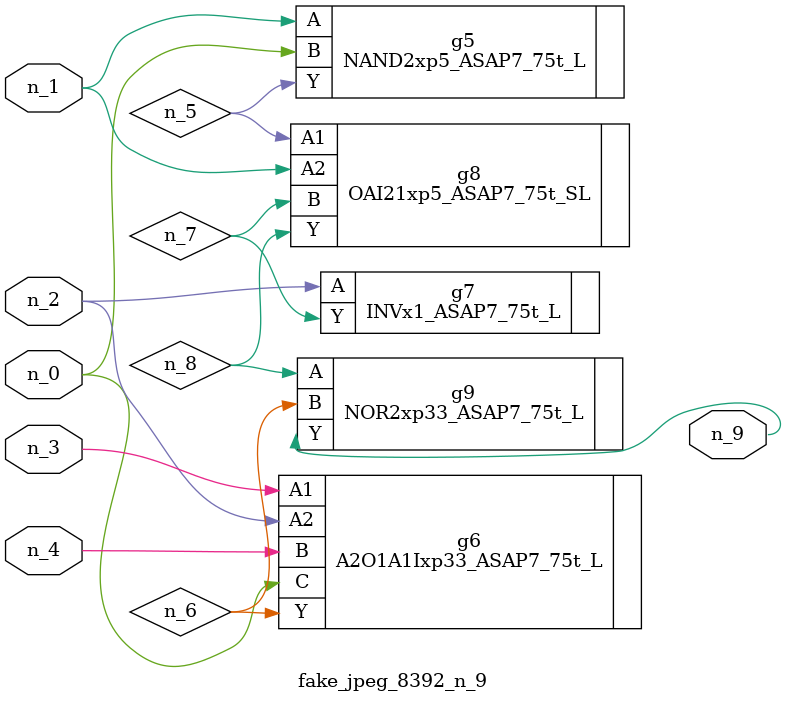
<source format=v>
module fake_jpeg_8392_n_9 (n_3, n_2, n_1, n_0, n_4, n_9);

input n_3;
input n_2;
input n_1;
input n_0;
input n_4;

output n_9;

wire n_8;
wire n_6;
wire n_5;
wire n_7;

NAND2xp5_ASAP7_75t_L g5 ( 
.A(n_1),
.B(n_0),
.Y(n_5)
);

A2O1A1Ixp33_ASAP7_75t_L g6 ( 
.A1(n_3),
.A2(n_2),
.B(n_4),
.C(n_0),
.Y(n_6)
);

INVx1_ASAP7_75t_L g7 ( 
.A(n_2),
.Y(n_7)
);

OAI21xp5_ASAP7_75t_SL g8 ( 
.A1(n_5),
.A2(n_1),
.B(n_7),
.Y(n_8)
);

NOR2xp33_ASAP7_75t_L g9 ( 
.A(n_8),
.B(n_6),
.Y(n_9)
);


endmodule
</source>
